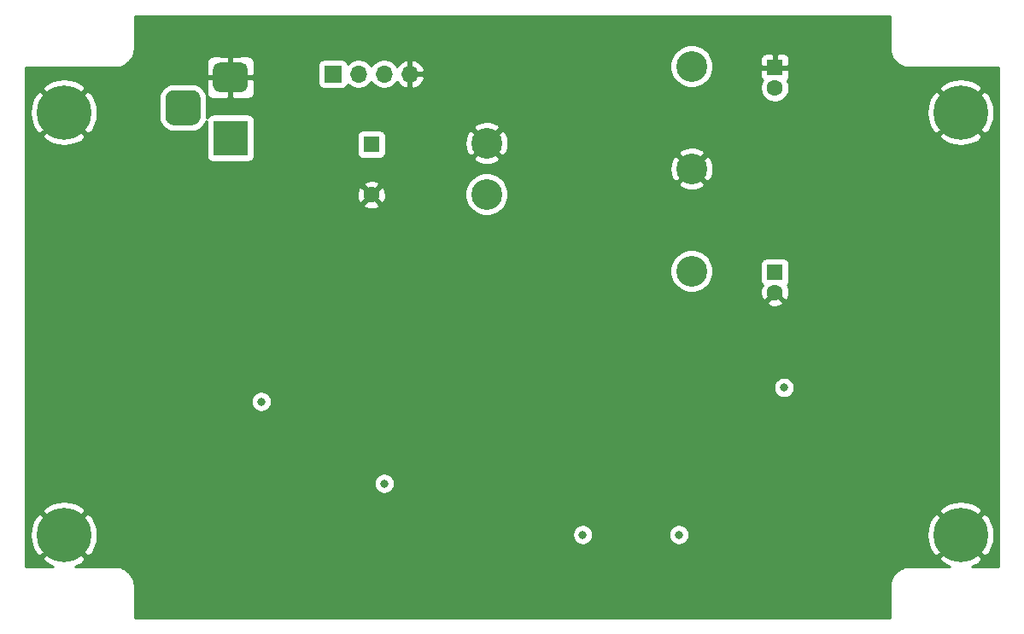
<source format=gbr>
%TF.GenerationSoftware,KiCad,Pcbnew,(5.1.8)-1*%
%TF.CreationDate,2021-05-16T11:41:03-04:00*%
%TF.ProjectId,openEPR_Lock-In,6f70656e-4550-4525-9f4c-6f636b2d496e,B*%
%TF.SameCoordinates,Original*%
%TF.FileFunction,Copper,L2,Inr*%
%TF.FilePolarity,Positive*%
%FSLAX46Y46*%
G04 Gerber Fmt 4.6, Leading zero omitted, Abs format (unit mm)*
G04 Created by KiCad (PCBNEW (5.1.8)-1) date 2021-05-16 11:41:03*
%MOMM*%
%LPD*%
G01*
G04 APERTURE LIST*
%TA.AperFunction,ComponentPad*%
%ADD10O,1.700000X1.700000*%
%TD*%
%TA.AperFunction,ComponentPad*%
%ADD11R,1.700000X1.700000*%
%TD*%
%TA.AperFunction,ComponentPad*%
%ADD12C,3.048000*%
%TD*%
%TA.AperFunction,ComponentPad*%
%ADD13R,3.500000X3.500000*%
%TD*%
%TA.AperFunction,ComponentPad*%
%ADD14C,5.400000*%
%TD*%
%TA.AperFunction,ComponentPad*%
%ADD15R,1.600000X1.600000*%
%TD*%
%TA.AperFunction,ComponentPad*%
%ADD16C,1.600000*%
%TD*%
%TA.AperFunction,ViaPad*%
%ADD17C,0.800000*%
%TD*%
%TA.AperFunction,Conductor*%
%ADD18C,0.254000*%
%TD*%
%TA.AperFunction,Conductor*%
%ADD19C,0.100000*%
%TD*%
G04 APERTURE END LIST*
D10*
%TO.N,GND*%
%TO.C,J6*%
X63500000Y-31750000D03*
%TO.N,/V-*%
X60960000Y-31750000D03*
%TO.N,/V+*%
X58420000Y-31750000D03*
D11*
%TO.N,/Vin*%
X55880000Y-31750000D03*
%TD*%
D12*
%TO.N,/V-*%
%TO.C,U4*%
X91440000Y-30988000D03*
%TO.N,GND*%
X91440000Y-41148000D03*
%TO.N,/V+*%
X91440000Y-51308000D03*
%TO.N,/Vin*%
X71120000Y-43688000D03*
%TO.N,GND*%
X71120000Y-38608000D03*
%TD*%
%TO.N,Net-(J4-Pad3)*%
%TO.C,J4*%
%TA.AperFunction,ComponentPad*%
G36*
G01*
X40145000Y-33350000D02*
X41895000Y-33350000D01*
G75*
G02*
X42770000Y-34225000I0J-875000D01*
G01*
X42770000Y-35975000D01*
G75*
G02*
X41895000Y-36850000I-875000J0D01*
G01*
X40145000Y-36850000D01*
G75*
G02*
X39270000Y-35975000I0J875000D01*
G01*
X39270000Y-34225000D01*
G75*
G02*
X40145000Y-33350000I875000J0D01*
G01*
G37*
%TD.AperFunction*%
%TO.N,GND*%
%TA.AperFunction,ComponentPad*%
G36*
G01*
X44720000Y-30600000D02*
X46720000Y-30600000D01*
G75*
G02*
X47470000Y-31350000I0J-750000D01*
G01*
X47470000Y-32850000D01*
G75*
G02*
X46720000Y-33600000I-750000J0D01*
G01*
X44720000Y-33600000D01*
G75*
G02*
X43970000Y-32850000I0J750000D01*
G01*
X43970000Y-31350000D01*
G75*
G02*
X44720000Y-30600000I750000J0D01*
G01*
G37*
%TD.AperFunction*%
D13*
%TO.N,/Vin*%
X45720000Y-38100000D03*
%TD*%
D14*
%TO.N,GND*%
%TO.C,H4*%
X29210000Y-77470000D03*
%TD*%
%TO.N,GND*%
%TO.C,H3*%
X118110000Y-77470000D03*
%TD*%
%TO.N,GND*%
%TO.C,H2*%
X118110000Y-35560000D03*
%TD*%
%TO.N,GND*%
%TO.C,H1*%
X29210000Y-35560000D03*
%TD*%
D15*
%TO.N,/Vin*%
%TO.C,C7*%
X59690000Y-38735000D03*
D16*
%TO.N,GND*%
X59690000Y-43735000D03*
%TD*%
D15*
%TO.N,/V+*%
%TO.C,C9*%
X99695000Y-51435000D03*
D16*
%TO.N,GND*%
X99695000Y-53435000D03*
%TD*%
%TO.N,/V-*%
%TO.C,C11*%
X99695000Y-33115000D03*
D15*
%TO.N,GND*%
X99695000Y-31115000D03*
%TD*%
D17*
%TO.N,GND*%
X53340000Y-69215000D03*
X69850000Y-83820000D03*
X72390000Y-83820000D03*
X74930000Y-83820000D03*
X77470000Y-83820000D03*
X69850000Y-81280000D03*
X72390000Y-81280000D03*
X74930000Y-81280000D03*
X77470000Y-81280000D03*
X72390000Y-78740000D03*
X69850000Y-78740000D03*
X67310000Y-78740000D03*
X64770000Y-78740000D03*
X62230000Y-78740000D03*
X62230000Y-76200000D03*
X64770000Y-76200000D03*
X67310000Y-76200000D03*
X69850000Y-76200000D03*
X62230000Y-69850000D03*
X64770000Y-69850000D03*
X67310000Y-69850000D03*
X67310000Y-67310000D03*
X64770000Y-67310000D03*
X62230000Y-67310000D03*
X59690000Y-67310000D03*
X59690000Y-69850000D03*
X57150000Y-69850000D03*
X59690000Y-64770000D03*
X62230000Y-64770000D03*
X64770000Y-64770000D03*
X67310000Y-64770000D03*
X67310000Y-62230000D03*
X64770000Y-62230000D03*
X62230000Y-62230000D03*
X52070000Y-59690000D03*
X72390000Y-72390000D03*
X74930000Y-72390000D03*
X74930000Y-69850000D03*
X72390000Y-69850000D03*
X72390000Y-67310000D03*
X74930000Y-64770000D03*
X72390000Y-62230000D03*
X74930000Y-62230000D03*
X77470000Y-62230000D03*
X84455000Y-68580000D03*
X90170000Y-83820000D03*
X92710000Y-83820000D03*
X95250000Y-83820000D03*
X97790000Y-83820000D03*
X49530000Y-83820000D03*
X52070000Y-83820000D03*
X54610000Y-83820000D03*
X57150000Y-83820000D03*
X57150000Y-81280000D03*
X54610000Y-81280000D03*
X52070000Y-81280000D03*
X49530000Y-81280000D03*
X82550000Y-78740000D03*
X110490000Y-83820000D03*
X110490000Y-81280000D03*
X36830000Y-83820000D03*
X36830000Y-81280000D03*
X39370000Y-72390000D03*
X41910000Y-64770000D03*
X62230000Y-57150000D03*
X62230000Y-59690000D03*
X64770000Y-59690000D03*
X67310000Y-59690000D03*
X69850000Y-59690000D03*
X72390000Y-59690000D03*
X74930000Y-59690000D03*
X77470000Y-59690000D03*
X80010000Y-59690000D03*
X83820000Y-55880000D03*
X83820000Y-58420000D03*
X91440000Y-58420000D03*
X88900000Y-58420000D03*
X86360000Y-58420000D03*
X86360000Y-55880000D03*
X88900000Y-55880000D03*
X91440000Y-55880000D03*
X93980000Y-58420000D03*
X93980000Y-55880000D03*
X96520000Y-55880000D03*
X96520000Y-58420000D03*
X54610000Y-62230000D03*
X54610000Y-59690000D03*
X52070000Y-62230000D03*
X38100000Y-27940000D03*
X38100000Y-30480000D03*
X34290000Y-52070000D03*
X34290000Y-59690000D03*
X109220000Y-27940000D03*
X109220000Y-30480000D03*
X113030000Y-45720000D03*
X101600000Y-46990000D03*
X101600000Y-35560000D03*
X116840000Y-59690000D03*
X34290000Y-39370000D03*
X34290000Y-69850000D03*
X34290000Y-67310000D03*
X34290000Y-74930000D03*
X34290000Y-78105000D03*
X36830000Y-78105000D03*
X52070000Y-52070000D03*
X44450000Y-57150000D03*
X90170000Y-81280000D03*
X92710000Y-81280000D03*
X95250000Y-81280000D03*
X97790000Y-81280000D03*
X110490000Y-76200000D03*
X107950000Y-76200000D03*
X113030000Y-76200000D03*
X110490000Y-78740000D03*
X113030000Y-78740000D03*
X107950000Y-73660000D03*
X110490000Y-73660000D03*
X113030000Y-73660000D03*
X107950000Y-71120000D03*
X110490000Y-71120000D03*
X113030000Y-71120000D03*
X107950000Y-68580000D03*
X110490000Y-68580000D03*
X113030000Y-68580000D03*
X110490000Y-66040000D03*
X107950000Y-66040000D03*
X113030000Y-66040000D03*
X113030000Y-63500000D03*
X110490000Y-63500000D03*
X107950000Y-63500000D03*
X88900000Y-60960000D03*
X83820000Y-60960000D03*
X86360000Y-60960000D03*
X91440000Y-60960000D03*
X93980000Y-60960000D03*
X96520000Y-60960000D03*
X101600000Y-58420000D03*
X104140000Y-58420000D03*
X99060000Y-58420000D03*
X113030000Y-60960000D03*
X107950000Y-60960000D03*
X110490000Y-60960000D03*
X107950000Y-58420000D03*
X113030000Y-58420000D03*
X110490000Y-58420000D03*
X104140000Y-55880000D03*
X101600000Y-55880000D03*
X95250000Y-78740000D03*
X92710000Y-78740000D03*
X92710000Y-76200000D03*
X95250000Y-76200000D03*
X88519000Y-68834000D03*
X85090000Y-78740000D03*
X87630000Y-78740000D03*
X67310000Y-57150000D03*
X72390000Y-57150000D03*
X74930000Y-57150000D03*
X80010000Y-57150000D03*
X64770000Y-57150000D03*
X69850000Y-57150000D03*
X77470000Y-57150000D03*
X46990000Y-54610000D03*
X52070000Y-54610000D03*
X57150000Y-54610000D03*
X49530000Y-54610000D03*
X59690000Y-54610000D03*
X54610000Y-54610000D03*
X62230000Y-54610000D03*
X54610000Y-57150000D03*
X57150000Y-57150000D03*
X59690000Y-57150000D03*
X49530000Y-57150000D03*
X52070000Y-57150000D03*
X46990000Y-57150000D03*
X36830000Y-74930000D03*
X39370000Y-74930000D03*
X36830000Y-72390000D03*
X34290000Y-72390000D03*
X36830000Y-69850000D03*
X39370000Y-69850000D03*
X41910000Y-69850000D03*
X39370000Y-67310000D03*
X41910000Y-67310000D03*
X36830000Y-67310000D03*
X41910000Y-62230000D03*
X41910000Y-59690000D03*
X44450000Y-59690000D03*
X44450000Y-62230000D03*
X44450000Y-64770000D03*
X44450000Y-67310000D03*
X39370000Y-64770000D03*
X67310000Y-54610000D03*
X64770000Y-54610000D03*
X72390000Y-54610000D03*
X80010000Y-54610000D03*
X74930000Y-54610000D03*
X69850000Y-54610000D03*
X77470000Y-54610000D03*
X104140000Y-60960000D03*
X101600000Y-60960000D03*
X99060000Y-60960000D03*
X83820000Y-63500000D03*
X83820000Y-66040000D03*
X84455000Y-71755000D03*
X36830000Y-64770000D03*
X39370000Y-62230000D03*
X81280000Y-30480000D03*
X73660000Y-30480000D03*
%TO.N,/V+*%
X80645000Y-77470000D03*
X48768000Y-64262000D03*
X100584000Y-62865000D03*
%TO.N,/V-*%
X60960000Y-72390000D03*
X90170000Y-77470000D03*
%TD*%
D18*
%TO.N,GND*%
X111100001Y-29242419D02*
X111102802Y-29270855D01*
X111102747Y-29278682D01*
X111103646Y-29287853D01*
X111129554Y-29534357D01*
X111141589Y-29592986D01*
X111152792Y-29651716D01*
X111155456Y-29660538D01*
X111228751Y-29897314D01*
X111251931Y-29952457D01*
X111274339Y-30007920D01*
X111278665Y-30016054D01*
X111278667Y-30016059D01*
X111278670Y-30016064D01*
X111396553Y-30234086D01*
X111429988Y-30283654D01*
X111462759Y-30333735D01*
X111468584Y-30340876D01*
X111626577Y-30531856D01*
X111669012Y-30573995D01*
X111710875Y-30616745D01*
X111717976Y-30622618D01*
X111910053Y-30779273D01*
X111959875Y-30812374D01*
X112009237Y-30846173D01*
X112017343Y-30850556D01*
X112236191Y-30966919D01*
X112291479Y-30989707D01*
X112346475Y-31013279D01*
X112355278Y-31016003D01*
X112592559Y-31087643D01*
X112651246Y-31099264D01*
X112709752Y-31111700D01*
X112718915Y-31112663D01*
X112718917Y-31112663D01*
X112965595Y-31136850D01*
X112965598Y-31136850D01*
X112997581Y-31140000D01*
X121895000Y-31140000D01*
X121895001Y-80620000D01*
X119215248Y-80620000D01*
X119388203Y-80567792D01*
X119967992Y-80258904D01*
X119975589Y-80253828D01*
X120275769Y-79815374D01*
X118110000Y-77649605D01*
X115944231Y-79815374D01*
X116244411Y-80253828D01*
X116823356Y-80564296D01*
X117006090Y-80620000D01*
X112997581Y-80620000D01*
X112969135Y-80622802D01*
X112961318Y-80622747D01*
X112952147Y-80623646D01*
X112705644Y-80649554D01*
X112647028Y-80661586D01*
X112588284Y-80672792D01*
X112579462Y-80675456D01*
X112342686Y-80748751D01*
X112287555Y-80771926D01*
X112232080Y-80794339D01*
X112223944Y-80798666D01*
X112005914Y-80916554D01*
X111956346Y-80949988D01*
X111906265Y-80982760D01*
X111899124Y-80988584D01*
X111708144Y-81146577D01*
X111666005Y-81189012D01*
X111623255Y-81230875D01*
X111617381Y-81237976D01*
X111460727Y-81430054D01*
X111427655Y-81479831D01*
X111393826Y-81529237D01*
X111389444Y-81537343D01*
X111273081Y-81756191D01*
X111250298Y-81811468D01*
X111226721Y-81866475D01*
X111223997Y-81875278D01*
X111152357Y-82112559D01*
X111140736Y-82171246D01*
X111128300Y-82229752D01*
X111127337Y-82238917D01*
X111103150Y-82485595D01*
X111100000Y-82517582D01*
X111100001Y-85700000D01*
X36220000Y-85700000D01*
X36220000Y-82517581D01*
X36217198Y-82489135D01*
X36217253Y-82481318D01*
X36216354Y-82472147D01*
X36190446Y-82225644D01*
X36178414Y-82167028D01*
X36167208Y-82108284D01*
X36164544Y-82099462D01*
X36091249Y-81862686D01*
X36068074Y-81807555D01*
X36045661Y-81752080D01*
X36041334Y-81743944D01*
X35923446Y-81525914D01*
X35890012Y-81476346D01*
X35857240Y-81426265D01*
X35851416Y-81419124D01*
X35693423Y-81228144D01*
X35650988Y-81186005D01*
X35609125Y-81143255D01*
X35602024Y-81137381D01*
X35409946Y-80980727D01*
X35360169Y-80947655D01*
X35310763Y-80913826D01*
X35302657Y-80909444D01*
X35083809Y-80793081D01*
X35028532Y-80770298D01*
X34973525Y-80746721D01*
X34964722Y-80743997D01*
X34727441Y-80672357D01*
X34668754Y-80660736D01*
X34610248Y-80648300D01*
X34601085Y-80647337D01*
X34601083Y-80647337D01*
X34354405Y-80623150D01*
X34354402Y-80623150D01*
X34322419Y-80620000D01*
X30315248Y-80620000D01*
X30488203Y-80567792D01*
X31067992Y-80258904D01*
X31075589Y-80253828D01*
X31375769Y-79815374D01*
X29210000Y-77649605D01*
X27044231Y-79815374D01*
X27344411Y-80253828D01*
X27923356Y-80564296D01*
X28106090Y-80620000D01*
X25425000Y-80620000D01*
X25425000Y-77465431D01*
X25858866Y-77465431D01*
X25922366Y-78119293D01*
X26112208Y-78748203D01*
X26421096Y-79327992D01*
X26426172Y-79335589D01*
X26864626Y-79635769D01*
X29030395Y-77470000D01*
X29389605Y-77470000D01*
X31555374Y-79635769D01*
X31993828Y-79335589D01*
X32304296Y-78756644D01*
X32495852Y-78128254D01*
X32561134Y-77474569D01*
X32550791Y-77368061D01*
X79610000Y-77368061D01*
X79610000Y-77571939D01*
X79649774Y-77771898D01*
X79727795Y-77960256D01*
X79841063Y-78129774D01*
X79985226Y-78273937D01*
X80154744Y-78387205D01*
X80343102Y-78465226D01*
X80543061Y-78505000D01*
X80746939Y-78505000D01*
X80946898Y-78465226D01*
X81135256Y-78387205D01*
X81304774Y-78273937D01*
X81448937Y-78129774D01*
X81562205Y-77960256D01*
X81640226Y-77771898D01*
X81680000Y-77571939D01*
X81680000Y-77368061D01*
X89135000Y-77368061D01*
X89135000Y-77571939D01*
X89174774Y-77771898D01*
X89252795Y-77960256D01*
X89366063Y-78129774D01*
X89510226Y-78273937D01*
X89679744Y-78387205D01*
X89868102Y-78465226D01*
X90068061Y-78505000D01*
X90271939Y-78505000D01*
X90471898Y-78465226D01*
X90660256Y-78387205D01*
X90829774Y-78273937D01*
X90973937Y-78129774D01*
X91087205Y-77960256D01*
X91165226Y-77771898D01*
X91205000Y-77571939D01*
X91205000Y-77465431D01*
X114758866Y-77465431D01*
X114822366Y-78119293D01*
X115012208Y-78748203D01*
X115321096Y-79327992D01*
X115326172Y-79335589D01*
X115764626Y-79635769D01*
X117930395Y-77470000D01*
X118289605Y-77470000D01*
X120455374Y-79635769D01*
X120893828Y-79335589D01*
X121204296Y-78756644D01*
X121395852Y-78128254D01*
X121461134Y-77474569D01*
X121397634Y-76820707D01*
X121207792Y-76191797D01*
X120898904Y-75612008D01*
X120893828Y-75604411D01*
X120455374Y-75304231D01*
X118289605Y-77470000D01*
X117930395Y-77470000D01*
X115764626Y-75304231D01*
X115326172Y-75604411D01*
X115015704Y-76183356D01*
X114824148Y-76811746D01*
X114758866Y-77465431D01*
X91205000Y-77465431D01*
X91205000Y-77368061D01*
X91165226Y-77168102D01*
X91087205Y-76979744D01*
X90973937Y-76810226D01*
X90829774Y-76666063D01*
X90660256Y-76552795D01*
X90471898Y-76474774D01*
X90271939Y-76435000D01*
X90068061Y-76435000D01*
X89868102Y-76474774D01*
X89679744Y-76552795D01*
X89510226Y-76666063D01*
X89366063Y-76810226D01*
X89252795Y-76979744D01*
X89174774Y-77168102D01*
X89135000Y-77368061D01*
X81680000Y-77368061D01*
X81640226Y-77168102D01*
X81562205Y-76979744D01*
X81448937Y-76810226D01*
X81304774Y-76666063D01*
X81135256Y-76552795D01*
X80946898Y-76474774D01*
X80746939Y-76435000D01*
X80543061Y-76435000D01*
X80343102Y-76474774D01*
X80154744Y-76552795D01*
X79985226Y-76666063D01*
X79841063Y-76810226D01*
X79727795Y-76979744D01*
X79649774Y-77168102D01*
X79610000Y-77368061D01*
X32550791Y-77368061D01*
X32497634Y-76820707D01*
X32307792Y-76191797D01*
X31998904Y-75612008D01*
X31993828Y-75604411D01*
X31555374Y-75304231D01*
X29389605Y-77470000D01*
X29030395Y-77470000D01*
X26864626Y-75304231D01*
X26426172Y-75604411D01*
X26115704Y-76183356D01*
X25924148Y-76811746D01*
X25858866Y-77465431D01*
X25425000Y-77465431D01*
X25425000Y-75124626D01*
X27044231Y-75124626D01*
X29210000Y-77290395D01*
X31375769Y-75124626D01*
X115944231Y-75124626D01*
X118110000Y-77290395D01*
X120275769Y-75124626D01*
X119975589Y-74686172D01*
X119396644Y-74375704D01*
X118768254Y-74184148D01*
X118114569Y-74118866D01*
X117460707Y-74182366D01*
X116831797Y-74372208D01*
X116252008Y-74681096D01*
X116244411Y-74686172D01*
X115944231Y-75124626D01*
X31375769Y-75124626D01*
X31075589Y-74686172D01*
X30496644Y-74375704D01*
X29868254Y-74184148D01*
X29214569Y-74118866D01*
X28560707Y-74182366D01*
X27931797Y-74372208D01*
X27352008Y-74681096D01*
X27344411Y-74686172D01*
X27044231Y-75124626D01*
X25425000Y-75124626D01*
X25425000Y-72288061D01*
X59925000Y-72288061D01*
X59925000Y-72491939D01*
X59964774Y-72691898D01*
X60042795Y-72880256D01*
X60156063Y-73049774D01*
X60300226Y-73193937D01*
X60469744Y-73307205D01*
X60658102Y-73385226D01*
X60858061Y-73425000D01*
X61061939Y-73425000D01*
X61261898Y-73385226D01*
X61450256Y-73307205D01*
X61619774Y-73193937D01*
X61763937Y-73049774D01*
X61877205Y-72880256D01*
X61955226Y-72691898D01*
X61995000Y-72491939D01*
X61995000Y-72288061D01*
X61955226Y-72088102D01*
X61877205Y-71899744D01*
X61763937Y-71730226D01*
X61619774Y-71586063D01*
X61450256Y-71472795D01*
X61261898Y-71394774D01*
X61061939Y-71355000D01*
X60858061Y-71355000D01*
X60658102Y-71394774D01*
X60469744Y-71472795D01*
X60300226Y-71586063D01*
X60156063Y-71730226D01*
X60042795Y-71899744D01*
X59964774Y-72088102D01*
X59925000Y-72288061D01*
X25425000Y-72288061D01*
X25425000Y-64160061D01*
X47733000Y-64160061D01*
X47733000Y-64363939D01*
X47772774Y-64563898D01*
X47850795Y-64752256D01*
X47964063Y-64921774D01*
X48108226Y-65065937D01*
X48277744Y-65179205D01*
X48466102Y-65257226D01*
X48666061Y-65297000D01*
X48869939Y-65297000D01*
X49069898Y-65257226D01*
X49258256Y-65179205D01*
X49427774Y-65065937D01*
X49571937Y-64921774D01*
X49685205Y-64752256D01*
X49763226Y-64563898D01*
X49803000Y-64363939D01*
X49803000Y-64160061D01*
X49763226Y-63960102D01*
X49685205Y-63771744D01*
X49571937Y-63602226D01*
X49427774Y-63458063D01*
X49258256Y-63344795D01*
X49069898Y-63266774D01*
X48869939Y-63227000D01*
X48666061Y-63227000D01*
X48466102Y-63266774D01*
X48277744Y-63344795D01*
X48108226Y-63458063D01*
X47964063Y-63602226D01*
X47850795Y-63771744D01*
X47772774Y-63960102D01*
X47733000Y-64160061D01*
X25425000Y-64160061D01*
X25425000Y-62763061D01*
X99549000Y-62763061D01*
X99549000Y-62966939D01*
X99588774Y-63166898D01*
X99666795Y-63355256D01*
X99780063Y-63524774D01*
X99924226Y-63668937D01*
X100093744Y-63782205D01*
X100282102Y-63860226D01*
X100482061Y-63900000D01*
X100685939Y-63900000D01*
X100885898Y-63860226D01*
X101074256Y-63782205D01*
X101243774Y-63668937D01*
X101387937Y-63524774D01*
X101501205Y-63355256D01*
X101579226Y-63166898D01*
X101619000Y-62966939D01*
X101619000Y-62763061D01*
X101579226Y-62563102D01*
X101501205Y-62374744D01*
X101387937Y-62205226D01*
X101243774Y-62061063D01*
X101074256Y-61947795D01*
X100885898Y-61869774D01*
X100685939Y-61830000D01*
X100482061Y-61830000D01*
X100282102Y-61869774D01*
X100093744Y-61947795D01*
X99924226Y-62061063D01*
X99780063Y-62205226D01*
X99666795Y-62374744D01*
X99588774Y-62563102D01*
X99549000Y-62763061D01*
X25425000Y-62763061D01*
X25425000Y-54427702D01*
X98881903Y-54427702D01*
X98953486Y-54671671D01*
X99208996Y-54792571D01*
X99483184Y-54861300D01*
X99765512Y-54875217D01*
X100045130Y-54833787D01*
X100311292Y-54738603D01*
X100436514Y-54671671D01*
X100508097Y-54427702D01*
X99695000Y-53614605D01*
X98881903Y-54427702D01*
X25425000Y-54427702D01*
X25425000Y-53505512D01*
X98254783Y-53505512D01*
X98296213Y-53785130D01*
X98391397Y-54051292D01*
X98458329Y-54176514D01*
X98702298Y-54248097D01*
X99515395Y-53435000D01*
X99501253Y-53420858D01*
X99680858Y-53241253D01*
X99695000Y-53255395D01*
X99709143Y-53241253D01*
X99888748Y-53420858D01*
X99874605Y-53435000D01*
X100687702Y-54248097D01*
X100931671Y-54176514D01*
X101052571Y-53921004D01*
X101121300Y-53646816D01*
X101135217Y-53364488D01*
X101093787Y-53084870D01*
X100998603Y-52818708D01*
X100933384Y-52696691D01*
X100946185Y-52686185D01*
X101025537Y-52589494D01*
X101084502Y-52479180D01*
X101120812Y-52359482D01*
X101133072Y-52235000D01*
X101133072Y-50635000D01*
X101120812Y-50510518D01*
X101084502Y-50390820D01*
X101025537Y-50280506D01*
X100946185Y-50183815D01*
X100849494Y-50104463D01*
X100739180Y-50045498D01*
X100619482Y-50009188D01*
X100495000Y-49996928D01*
X98895000Y-49996928D01*
X98770518Y-50009188D01*
X98650820Y-50045498D01*
X98540506Y-50104463D01*
X98443815Y-50183815D01*
X98364463Y-50280506D01*
X98305498Y-50390820D01*
X98269188Y-50510518D01*
X98256928Y-50635000D01*
X98256928Y-52235000D01*
X98269188Y-52359482D01*
X98305498Y-52479180D01*
X98364463Y-52589494D01*
X98443815Y-52686185D01*
X98456758Y-52696807D01*
X98337429Y-52948996D01*
X98268700Y-53223184D01*
X98254783Y-53505512D01*
X25425000Y-53505512D01*
X25425000Y-51095357D01*
X89281000Y-51095357D01*
X89281000Y-51520643D01*
X89363970Y-51937757D01*
X89526719Y-52330670D01*
X89762996Y-52684282D01*
X90063718Y-52985004D01*
X90417330Y-53221281D01*
X90810243Y-53384030D01*
X91227357Y-53467000D01*
X91652643Y-53467000D01*
X92069757Y-53384030D01*
X92462670Y-53221281D01*
X92816282Y-52985004D01*
X93117004Y-52684282D01*
X93353281Y-52330670D01*
X93516030Y-51937757D01*
X93599000Y-51520643D01*
X93599000Y-51095357D01*
X93516030Y-50678243D01*
X93353281Y-50285330D01*
X93117004Y-49931718D01*
X92816282Y-49630996D01*
X92462670Y-49394719D01*
X92069757Y-49231970D01*
X91652643Y-49149000D01*
X91227357Y-49149000D01*
X90810243Y-49231970D01*
X90417330Y-49394719D01*
X90063718Y-49630996D01*
X89762996Y-49931718D01*
X89526719Y-50285330D01*
X89363970Y-50678243D01*
X89281000Y-51095357D01*
X25425000Y-51095357D01*
X25425000Y-44727702D01*
X58876903Y-44727702D01*
X58948486Y-44971671D01*
X59203996Y-45092571D01*
X59478184Y-45161300D01*
X59760512Y-45175217D01*
X60040130Y-45133787D01*
X60306292Y-45038603D01*
X60431514Y-44971671D01*
X60503097Y-44727702D01*
X59690000Y-43914605D01*
X58876903Y-44727702D01*
X25425000Y-44727702D01*
X25425000Y-43805512D01*
X58249783Y-43805512D01*
X58291213Y-44085130D01*
X58386397Y-44351292D01*
X58453329Y-44476514D01*
X58697298Y-44548097D01*
X59510395Y-43735000D01*
X59869605Y-43735000D01*
X60682702Y-44548097D01*
X60926671Y-44476514D01*
X61047571Y-44221004D01*
X61116300Y-43946816D01*
X61130217Y-43664488D01*
X61102195Y-43475357D01*
X68961000Y-43475357D01*
X68961000Y-43900643D01*
X69043970Y-44317757D01*
X69206719Y-44710670D01*
X69442996Y-45064282D01*
X69743718Y-45365004D01*
X70097330Y-45601281D01*
X70490243Y-45764030D01*
X70907357Y-45847000D01*
X71332643Y-45847000D01*
X71749757Y-45764030D01*
X72142670Y-45601281D01*
X72496282Y-45365004D01*
X72797004Y-45064282D01*
X73033281Y-44710670D01*
X73196030Y-44317757D01*
X73279000Y-43900643D01*
X73279000Y-43475357D01*
X73196030Y-43058243D01*
X73033281Y-42665330D01*
X73027542Y-42656740D01*
X90110865Y-42656740D01*
X90269764Y-42974758D01*
X90648632Y-43167959D01*
X91057913Y-43283534D01*
X91481876Y-43317042D01*
X91904230Y-43267194D01*
X92308744Y-43135908D01*
X92610236Y-42974758D01*
X92769135Y-42656740D01*
X91440000Y-41327605D01*
X90110865Y-42656740D01*
X73027542Y-42656740D01*
X72797004Y-42311718D01*
X72496282Y-42010996D01*
X72142670Y-41774719D01*
X71749757Y-41611970D01*
X71332643Y-41529000D01*
X70907357Y-41529000D01*
X70490243Y-41611970D01*
X70097330Y-41774719D01*
X69743718Y-42010996D01*
X69442996Y-42311718D01*
X69206719Y-42665330D01*
X69043970Y-43058243D01*
X68961000Y-43475357D01*
X61102195Y-43475357D01*
X61088787Y-43384870D01*
X60993603Y-43118708D01*
X60926671Y-42993486D01*
X60682702Y-42921903D01*
X59869605Y-43735000D01*
X59510395Y-43735000D01*
X58697298Y-42921903D01*
X58453329Y-42993486D01*
X58332429Y-43248996D01*
X58263700Y-43523184D01*
X58249783Y-43805512D01*
X25425000Y-43805512D01*
X25425000Y-42742298D01*
X58876903Y-42742298D01*
X59690000Y-43555395D01*
X60503097Y-42742298D01*
X60431514Y-42498329D01*
X60176004Y-42377429D01*
X59901816Y-42308700D01*
X59619488Y-42294783D01*
X59339870Y-42336213D01*
X59073708Y-42431397D01*
X58948486Y-42498329D01*
X58876903Y-42742298D01*
X25425000Y-42742298D01*
X25425000Y-41189876D01*
X89270958Y-41189876D01*
X89320806Y-41612230D01*
X89452092Y-42016744D01*
X89613242Y-42318236D01*
X89931260Y-42477135D01*
X91260395Y-41148000D01*
X91619605Y-41148000D01*
X92948740Y-42477135D01*
X93266758Y-42318236D01*
X93459959Y-41939368D01*
X93575534Y-41530087D01*
X93609042Y-41106124D01*
X93559194Y-40683770D01*
X93427908Y-40279256D01*
X93266758Y-39977764D01*
X92948740Y-39818865D01*
X91619605Y-41148000D01*
X91260395Y-41148000D01*
X89931260Y-39818865D01*
X89613242Y-39977764D01*
X89420041Y-40356632D01*
X89304466Y-40765913D01*
X89270958Y-41189876D01*
X25425000Y-41189876D01*
X25425000Y-37905374D01*
X27044231Y-37905374D01*
X27344411Y-38343828D01*
X27923356Y-38654296D01*
X28551746Y-38845852D01*
X29205431Y-38911134D01*
X29859293Y-38847634D01*
X30488203Y-38657792D01*
X31067992Y-38348904D01*
X31075589Y-38343828D01*
X31375769Y-37905374D01*
X29210000Y-35739605D01*
X27044231Y-37905374D01*
X25425000Y-37905374D01*
X25425000Y-35555431D01*
X25858866Y-35555431D01*
X25922366Y-36209293D01*
X26112208Y-36838203D01*
X26421096Y-37417992D01*
X26426172Y-37425589D01*
X26864626Y-37725769D01*
X29030395Y-35560000D01*
X29389605Y-35560000D01*
X31555374Y-37725769D01*
X31993828Y-37425589D01*
X32304296Y-36846644D01*
X32495852Y-36218254D01*
X32561134Y-35564569D01*
X32497634Y-34910707D01*
X32307792Y-34281797D01*
X32277533Y-34225000D01*
X38631928Y-34225000D01*
X38631928Y-35975000D01*
X38661001Y-36270186D01*
X38747104Y-36554028D01*
X38886927Y-36815618D01*
X39075097Y-37044903D01*
X39304382Y-37233073D01*
X39565972Y-37372896D01*
X39849814Y-37458999D01*
X40145000Y-37488072D01*
X41895000Y-37488072D01*
X42190186Y-37458999D01*
X42474028Y-37372896D01*
X42735618Y-37233073D01*
X42964903Y-37044903D01*
X43153073Y-36815618D01*
X43292896Y-36554028D01*
X43331928Y-36425357D01*
X43331928Y-39850000D01*
X43344188Y-39974482D01*
X43380498Y-40094180D01*
X43439463Y-40204494D01*
X43518815Y-40301185D01*
X43615506Y-40380537D01*
X43725820Y-40439502D01*
X43845518Y-40475812D01*
X43970000Y-40488072D01*
X47470000Y-40488072D01*
X47594482Y-40475812D01*
X47714180Y-40439502D01*
X47824494Y-40380537D01*
X47921185Y-40301185D01*
X48000537Y-40204494D01*
X48059502Y-40094180D01*
X48095812Y-39974482D01*
X48108072Y-39850000D01*
X48108072Y-37935000D01*
X58251928Y-37935000D01*
X58251928Y-39535000D01*
X58264188Y-39659482D01*
X58300498Y-39779180D01*
X58359463Y-39889494D01*
X58438815Y-39986185D01*
X58535506Y-40065537D01*
X58645820Y-40124502D01*
X58765518Y-40160812D01*
X58890000Y-40173072D01*
X60490000Y-40173072D01*
X60614482Y-40160812D01*
X60734180Y-40124502D01*
X60748701Y-40116740D01*
X69790865Y-40116740D01*
X69949764Y-40434758D01*
X70328632Y-40627959D01*
X70737913Y-40743534D01*
X71161876Y-40777042D01*
X71584230Y-40727194D01*
X71988744Y-40595908D01*
X72290236Y-40434758D01*
X72449135Y-40116740D01*
X71120000Y-38787605D01*
X69790865Y-40116740D01*
X60748701Y-40116740D01*
X60844494Y-40065537D01*
X60941185Y-39986185D01*
X61020537Y-39889494D01*
X61079502Y-39779180D01*
X61115812Y-39659482D01*
X61128072Y-39535000D01*
X61128072Y-38649876D01*
X68950958Y-38649876D01*
X69000806Y-39072230D01*
X69132092Y-39476744D01*
X69293242Y-39778236D01*
X69611260Y-39937135D01*
X70940395Y-38608000D01*
X71299605Y-38608000D01*
X72628740Y-39937135D01*
X72946758Y-39778236D01*
X73017627Y-39639260D01*
X90110865Y-39639260D01*
X91440000Y-40968395D01*
X92769135Y-39639260D01*
X92610236Y-39321242D01*
X92231368Y-39128041D01*
X91822087Y-39012466D01*
X91398124Y-38978958D01*
X90975770Y-39028806D01*
X90571256Y-39160092D01*
X90269764Y-39321242D01*
X90110865Y-39639260D01*
X73017627Y-39639260D01*
X73139959Y-39399368D01*
X73255534Y-38990087D01*
X73289042Y-38566124D01*
X73239194Y-38143770D01*
X73161822Y-37905374D01*
X115944231Y-37905374D01*
X116244411Y-38343828D01*
X116823356Y-38654296D01*
X117451746Y-38845852D01*
X118105431Y-38911134D01*
X118759293Y-38847634D01*
X119388203Y-38657792D01*
X119967992Y-38348904D01*
X119975589Y-38343828D01*
X120275769Y-37905374D01*
X118110000Y-35739605D01*
X115944231Y-37905374D01*
X73161822Y-37905374D01*
X73107908Y-37739256D01*
X72946758Y-37437764D01*
X72628740Y-37278865D01*
X71299605Y-38608000D01*
X70940395Y-38608000D01*
X69611260Y-37278865D01*
X69293242Y-37437764D01*
X69100041Y-37816632D01*
X68984466Y-38225913D01*
X68950958Y-38649876D01*
X61128072Y-38649876D01*
X61128072Y-37935000D01*
X61115812Y-37810518D01*
X61079502Y-37690820D01*
X61020537Y-37580506D01*
X60941185Y-37483815D01*
X60844494Y-37404463D01*
X60734180Y-37345498D01*
X60614482Y-37309188D01*
X60490000Y-37296928D01*
X58890000Y-37296928D01*
X58765518Y-37309188D01*
X58645820Y-37345498D01*
X58535506Y-37404463D01*
X58438815Y-37483815D01*
X58359463Y-37580506D01*
X58300498Y-37690820D01*
X58264188Y-37810518D01*
X58251928Y-37935000D01*
X48108072Y-37935000D01*
X48108072Y-37099260D01*
X69790865Y-37099260D01*
X71120000Y-38428395D01*
X72449135Y-37099260D01*
X72290236Y-36781242D01*
X71911368Y-36588041D01*
X71502087Y-36472466D01*
X71078124Y-36438958D01*
X70655770Y-36488806D01*
X70251256Y-36620092D01*
X69949764Y-36781242D01*
X69790865Y-37099260D01*
X48108072Y-37099260D01*
X48108072Y-36350000D01*
X48095812Y-36225518D01*
X48059502Y-36105820D01*
X48000537Y-35995506D01*
X47921185Y-35898815D01*
X47824494Y-35819463D01*
X47714180Y-35760498D01*
X47594482Y-35724188D01*
X47470000Y-35711928D01*
X43970000Y-35711928D01*
X43845518Y-35724188D01*
X43725820Y-35760498D01*
X43615506Y-35819463D01*
X43518815Y-35898815D01*
X43439463Y-35995506D01*
X43398506Y-36072131D01*
X43408072Y-35975000D01*
X43408072Y-35555431D01*
X114758866Y-35555431D01*
X114822366Y-36209293D01*
X115012208Y-36838203D01*
X115321096Y-37417992D01*
X115326172Y-37425589D01*
X115764626Y-37725769D01*
X117930395Y-35560000D01*
X118289605Y-35560000D01*
X120455374Y-37725769D01*
X120893828Y-37425589D01*
X121204296Y-36846644D01*
X121395852Y-36218254D01*
X121461134Y-35564569D01*
X121397634Y-34910707D01*
X121207792Y-34281797D01*
X120898904Y-33702008D01*
X120893828Y-33694411D01*
X120455374Y-33394231D01*
X118289605Y-35560000D01*
X117930395Y-35560000D01*
X115764626Y-33394231D01*
X115326172Y-33694411D01*
X115015704Y-34273356D01*
X114824148Y-34901746D01*
X114758866Y-35555431D01*
X43408072Y-35555431D01*
X43408072Y-34225000D01*
X43378999Y-33929814D01*
X43292896Y-33645972D01*
X43268324Y-33600000D01*
X43331928Y-33600000D01*
X43344188Y-33724482D01*
X43380498Y-33844180D01*
X43439463Y-33954494D01*
X43518815Y-34051185D01*
X43615506Y-34130537D01*
X43725820Y-34189502D01*
X43845518Y-34225812D01*
X43970000Y-34238072D01*
X45434250Y-34235000D01*
X45593000Y-34076250D01*
X45593000Y-32227000D01*
X45847000Y-32227000D01*
X45847000Y-34076250D01*
X46005750Y-34235000D01*
X47470000Y-34238072D01*
X47594482Y-34225812D01*
X47714180Y-34189502D01*
X47824494Y-34130537D01*
X47921185Y-34051185D01*
X48000537Y-33954494D01*
X48059502Y-33844180D01*
X48095812Y-33724482D01*
X48108072Y-33600000D01*
X48105000Y-32385750D01*
X47946250Y-32227000D01*
X45847000Y-32227000D01*
X45593000Y-32227000D01*
X43493750Y-32227000D01*
X43335000Y-32385750D01*
X43331928Y-33600000D01*
X43268324Y-33600000D01*
X43153073Y-33384382D01*
X42964903Y-33155097D01*
X42735618Y-32966927D01*
X42474028Y-32827104D01*
X42190186Y-32741001D01*
X41895000Y-32711928D01*
X40145000Y-32711928D01*
X39849814Y-32741001D01*
X39565972Y-32827104D01*
X39304382Y-32966927D01*
X39075097Y-33155097D01*
X38886927Y-33384382D01*
X38747104Y-33645972D01*
X38661001Y-33929814D01*
X38631928Y-34225000D01*
X32277533Y-34225000D01*
X31998904Y-33702008D01*
X31993828Y-33694411D01*
X31555374Y-33394231D01*
X29389605Y-35560000D01*
X29030395Y-35560000D01*
X26864626Y-33394231D01*
X26426172Y-33694411D01*
X26115704Y-34273356D01*
X25924148Y-34901746D01*
X25858866Y-35555431D01*
X25425000Y-35555431D01*
X25425000Y-33214626D01*
X27044231Y-33214626D01*
X29210000Y-35380395D01*
X31375769Y-33214626D01*
X31075589Y-32776172D01*
X30496644Y-32465704D01*
X29868254Y-32274148D01*
X29214569Y-32208866D01*
X28560707Y-32272366D01*
X27931797Y-32462208D01*
X27352008Y-32771096D01*
X27344411Y-32776172D01*
X27044231Y-33214626D01*
X25425000Y-33214626D01*
X25425000Y-31140000D01*
X34322419Y-31140000D01*
X34350865Y-31137198D01*
X34358682Y-31137253D01*
X34367853Y-31136354D01*
X34614357Y-31110446D01*
X34672986Y-31098411D01*
X34731716Y-31087208D01*
X34740532Y-31084546D01*
X34740536Y-31084545D01*
X34740539Y-31084544D01*
X34977314Y-31011249D01*
X35032457Y-30988069D01*
X35087920Y-30965661D01*
X35096054Y-30961335D01*
X35096059Y-30961333D01*
X35096064Y-30961330D01*
X35314086Y-30843447D01*
X35363654Y-30810012D01*
X35413735Y-30777241D01*
X35420876Y-30771416D01*
X35611856Y-30613423D01*
X35625185Y-30600000D01*
X43331928Y-30600000D01*
X43335000Y-31814250D01*
X43493750Y-31973000D01*
X45593000Y-31973000D01*
X45593000Y-30123750D01*
X45847000Y-30123750D01*
X45847000Y-31973000D01*
X47946250Y-31973000D01*
X48105000Y-31814250D01*
X48107313Y-30900000D01*
X54391928Y-30900000D01*
X54391928Y-32600000D01*
X54404188Y-32724482D01*
X54440498Y-32844180D01*
X54499463Y-32954494D01*
X54578815Y-33051185D01*
X54675506Y-33130537D01*
X54785820Y-33189502D01*
X54905518Y-33225812D01*
X55030000Y-33238072D01*
X56730000Y-33238072D01*
X56854482Y-33225812D01*
X56974180Y-33189502D01*
X57084494Y-33130537D01*
X57181185Y-33051185D01*
X57260537Y-32954494D01*
X57319502Y-32844180D01*
X57341513Y-32771620D01*
X57473368Y-32903475D01*
X57716589Y-33065990D01*
X57986842Y-33177932D01*
X58273740Y-33235000D01*
X58566260Y-33235000D01*
X58853158Y-33177932D01*
X59123411Y-33065990D01*
X59366632Y-32903475D01*
X59573475Y-32696632D01*
X59690000Y-32522240D01*
X59806525Y-32696632D01*
X60013368Y-32903475D01*
X60256589Y-33065990D01*
X60526842Y-33177932D01*
X60813740Y-33235000D01*
X61106260Y-33235000D01*
X61393158Y-33177932D01*
X61663411Y-33065990D01*
X61906632Y-32903475D01*
X62113475Y-32696632D01*
X62235195Y-32514466D01*
X62304822Y-32631355D01*
X62499731Y-32847588D01*
X62733080Y-33021641D01*
X62995901Y-33146825D01*
X63143110Y-33191476D01*
X63373000Y-33070155D01*
X63373000Y-31877000D01*
X63627000Y-31877000D01*
X63627000Y-33070155D01*
X63856890Y-33191476D01*
X64004099Y-33146825D01*
X64266920Y-33021641D01*
X64500269Y-32847588D01*
X64695178Y-32631355D01*
X64844157Y-32381252D01*
X64941481Y-32106891D01*
X64820814Y-31877000D01*
X63627000Y-31877000D01*
X63373000Y-31877000D01*
X63353000Y-31877000D01*
X63353000Y-31623000D01*
X63373000Y-31623000D01*
X63373000Y-30429845D01*
X63627000Y-30429845D01*
X63627000Y-31623000D01*
X64820814Y-31623000D01*
X64941481Y-31393109D01*
X64844157Y-31118748D01*
X64695178Y-30868645D01*
X64611090Y-30775357D01*
X89281000Y-30775357D01*
X89281000Y-31200643D01*
X89363970Y-31617757D01*
X89526719Y-32010670D01*
X89762996Y-32364282D01*
X90063718Y-32665004D01*
X90417330Y-32901281D01*
X90810243Y-33064030D01*
X91227357Y-33147000D01*
X91652643Y-33147000D01*
X92069757Y-33064030D01*
X92462670Y-32901281D01*
X92816282Y-32665004D01*
X93117004Y-32364282D01*
X93353281Y-32010670D01*
X93392908Y-31915000D01*
X98256928Y-31915000D01*
X98269188Y-32039482D01*
X98305498Y-32159180D01*
X98364463Y-32269494D01*
X98443815Y-32366185D01*
X98460393Y-32379790D01*
X98423320Y-32435273D01*
X98315147Y-32696426D01*
X98260000Y-32973665D01*
X98260000Y-33256335D01*
X98315147Y-33533574D01*
X98423320Y-33794727D01*
X98580363Y-34029759D01*
X98780241Y-34229637D01*
X99015273Y-34386680D01*
X99276426Y-34494853D01*
X99553665Y-34550000D01*
X99836335Y-34550000D01*
X100113574Y-34494853D01*
X100374727Y-34386680D01*
X100609759Y-34229637D01*
X100809637Y-34029759D01*
X100966680Y-33794727D01*
X101074853Y-33533574D01*
X101130000Y-33256335D01*
X101130000Y-33214626D01*
X115944231Y-33214626D01*
X118110000Y-35380395D01*
X120275769Y-33214626D01*
X119975589Y-32776172D01*
X119396644Y-32465704D01*
X118768254Y-32274148D01*
X118114569Y-32208866D01*
X117460707Y-32272366D01*
X116831797Y-32462208D01*
X116252008Y-32771096D01*
X116244411Y-32776172D01*
X115944231Y-33214626D01*
X101130000Y-33214626D01*
X101130000Y-32973665D01*
X101074853Y-32696426D01*
X100966680Y-32435273D01*
X100929607Y-32379790D01*
X100946185Y-32366185D01*
X101025537Y-32269494D01*
X101084502Y-32159180D01*
X101120812Y-32039482D01*
X101133072Y-31915000D01*
X101130000Y-31400750D01*
X100971250Y-31242000D01*
X99822000Y-31242000D01*
X99822000Y-31262000D01*
X99568000Y-31262000D01*
X99568000Y-31242000D01*
X98418750Y-31242000D01*
X98260000Y-31400750D01*
X98256928Y-31915000D01*
X93392908Y-31915000D01*
X93516030Y-31617757D01*
X93599000Y-31200643D01*
X93599000Y-30775357D01*
X93516030Y-30358243D01*
X93498119Y-30315000D01*
X98256928Y-30315000D01*
X98260000Y-30829250D01*
X98418750Y-30988000D01*
X99568000Y-30988000D01*
X99568000Y-29838750D01*
X99822000Y-29838750D01*
X99822000Y-30988000D01*
X100971250Y-30988000D01*
X101130000Y-30829250D01*
X101133072Y-30315000D01*
X101120812Y-30190518D01*
X101084502Y-30070820D01*
X101025537Y-29960506D01*
X100946185Y-29863815D01*
X100849494Y-29784463D01*
X100739180Y-29725498D01*
X100619482Y-29689188D01*
X100495000Y-29676928D01*
X99980750Y-29680000D01*
X99822000Y-29838750D01*
X99568000Y-29838750D01*
X99409250Y-29680000D01*
X98895000Y-29676928D01*
X98770518Y-29689188D01*
X98650820Y-29725498D01*
X98540506Y-29784463D01*
X98443815Y-29863815D01*
X98364463Y-29960506D01*
X98305498Y-30070820D01*
X98269188Y-30190518D01*
X98256928Y-30315000D01*
X93498119Y-30315000D01*
X93353281Y-29965330D01*
X93117004Y-29611718D01*
X92816282Y-29310996D01*
X92462670Y-29074719D01*
X92069757Y-28911970D01*
X91652643Y-28829000D01*
X91227357Y-28829000D01*
X90810243Y-28911970D01*
X90417330Y-29074719D01*
X90063718Y-29310996D01*
X89762996Y-29611718D01*
X89526719Y-29965330D01*
X89363970Y-30358243D01*
X89281000Y-30775357D01*
X64611090Y-30775357D01*
X64500269Y-30652412D01*
X64266920Y-30478359D01*
X64004099Y-30353175D01*
X63856890Y-30308524D01*
X63627000Y-30429845D01*
X63373000Y-30429845D01*
X63143110Y-30308524D01*
X62995901Y-30353175D01*
X62733080Y-30478359D01*
X62499731Y-30652412D01*
X62304822Y-30868645D01*
X62235195Y-30985534D01*
X62113475Y-30803368D01*
X61906632Y-30596525D01*
X61663411Y-30434010D01*
X61393158Y-30322068D01*
X61106260Y-30265000D01*
X60813740Y-30265000D01*
X60526842Y-30322068D01*
X60256589Y-30434010D01*
X60013368Y-30596525D01*
X59806525Y-30803368D01*
X59690000Y-30977760D01*
X59573475Y-30803368D01*
X59366632Y-30596525D01*
X59123411Y-30434010D01*
X58853158Y-30322068D01*
X58566260Y-30265000D01*
X58273740Y-30265000D01*
X57986842Y-30322068D01*
X57716589Y-30434010D01*
X57473368Y-30596525D01*
X57341513Y-30728380D01*
X57319502Y-30655820D01*
X57260537Y-30545506D01*
X57181185Y-30448815D01*
X57084494Y-30369463D01*
X56974180Y-30310498D01*
X56854482Y-30274188D01*
X56730000Y-30261928D01*
X55030000Y-30261928D01*
X54905518Y-30274188D01*
X54785820Y-30310498D01*
X54675506Y-30369463D01*
X54578815Y-30448815D01*
X54499463Y-30545506D01*
X54440498Y-30655820D01*
X54404188Y-30775518D01*
X54391928Y-30900000D01*
X48107313Y-30900000D01*
X48108072Y-30600000D01*
X48095812Y-30475518D01*
X48059502Y-30355820D01*
X48000537Y-30245506D01*
X47921185Y-30148815D01*
X47824494Y-30069463D01*
X47714180Y-30010498D01*
X47594482Y-29974188D01*
X47470000Y-29961928D01*
X46005750Y-29965000D01*
X45847000Y-30123750D01*
X45593000Y-30123750D01*
X45434250Y-29965000D01*
X43970000Y-29961928D01*
X43845518Y-29974188D01*
X43725820Y-30010498D01*
X43615506Y-30069463D01*
X43518815Y-30148815D01*
X43439463Y-30245506D01*
X43380498Y-30355820D01*
X43344188Y-30475518D01*
X43331928Y-30600000D01*
X35625185Y-30600000D01*
X35653995Y-30570988D01*
X35696745Y-30529125D01*
X35702618Y-30522024D01*
X35859273Y-30329947D01*
X35892374Y-30280125D01*
X35926173Y-30230763D01*
X35930556Y-30222657D01*
X36046919Y-30003809D01*
X36069707Y-29948521D01*
X36093279Y-29893525D01*
X36096003Y-29884722D01*
X36167643Y-29647441D01*
X36179264Y-29588754D01*
X36191700Y-29530248D01*
X36192663Y-29521083D01*
X36216850Y-29274405D01*
X36216850Y-29274402D01*
X36220000Y-29242419D01*
X36220000Y-26060000D01*
X111100000Y-26060000D01*
X111100001Y-29242419D01*
%TA.AperFunction,Conductor*%
D19*
G36*
X111100001Y-29242419D02*
G01*
X111102802Y-29270855D01*
X111102747Y-29278682D01*
X111103646Y-29287853D01*
X111129554Y-29534357D01*
X111141589Y-29592986D01*
X111152792Y-29651716D01*
X111155456Y-29660538D01*
X111228751Y-29897314D01*
X111251931Y-29952457D01*
X111274339Y-30007920D01*
X111278665Y-30016054D01*
X111278667Y-30016059D01*
X111278670Y-30016064D01*
X111396553Y-30234086D01*
X111429988Y-30283654D01*
X111462759Y-30333735D01*
X111468584Y-30340876D01*
X111626577Y-30531856D01*
X111669012Y-30573995D01*
X111710875Y-30616745D01*
X111717976Y-30622618D01*
X111910053Y-30779273D01*
X111959875Y-30812374D01*
X112009237Y-30846173D01*
X112017343Y-30850556D01*
X112236191Y-30966919D01*
X112291479Y-30989707D01*
X112346475Y-31013279D01*
X112355278Y-31016003D01*
X112592559Y-31087643D01*
X112651246Y-31099264D01*
X112709752Y-31111700D01*
X112718915Y-31112663D01*
X112718917Y-31112663D01*
X112965595Y-31136850D01*
X112965598Y-31136850D01*
X112997581Y-31140000D01*
X121895000Y-31140000D01*
X121895001Y-80620000D01*
X119215248Y-80620000D01*
X119388203Y-80567792D01*
X119967992Y-80258904D01*
X119975589Y-80253828D01*
X120275769Y-79815374D01*
X118110000Y-77649605D01*
X115944231Y-79815374D01*
X116244411Y-80253828D01*
X116823356Y-80564296D01*
X117006090Y-80620000D01*
X112997581Y-80620000D01*
X112969135Y-80622802D01*
X112961318Y-80622747D01*
X112952147Y-80623646D01*
X112705644Y-80649554D01*
X112647028Y-80661586D01*
X112588284Y-80672792D01*
X112579462Y-80675456D01*
X112342686Y-80748751D01*
X112287555Y-80771926D01*
X112232080Y-80794339D01*
X112223944Y-80798666D01*
X112005914Y-80916554D01*
X111956346Y-80949988D01*
X111906265Y-80982760D01*
X111899124Y-80988584D01*
X111708144Y-81146577D01*
X111666005Y-81189012D01*
X111623255Y-81230875D01*
X111617381Y-81237976D01*
X111460727Y-81430054D01*
X111427655Y-81479831D01*
X111393826Y-81529237D01*
X111389444Y-81537343D01*
X111273081Y-81756191D01*
X111250298Y-81811468D01*
X111226721Y-81866475D01*
X111223997Y-81875278D01*
X111152357Y-82112559D01*
X111140736Y-82171246D01*
X111128300Y-82229752D01*
X111127337Y-82238917D01*
X111103150Y-82485595D01*
X111100000Y-82517582D01*
X111100001Y-85700000D01*
X36220000Y-85700000D01*
X36220000Y-82517581D01*
X36217198Y-82489135D01*
X36217253Y-82481318D01*
X36216354Y-82472147D01*
X36190446Y-82225644D01*
X36178414Y-82167028D01*
X36167208Y-82108284D01*
X36164544Y-82099462D01*
X36091249Y-81862686D01*
X36068074Y-81807555D01*
X36045661Y-81752080D01*
X36041334Y-81743944D01*
X35923446Y-81525914D01*
X35890012Y-81476346D01*
X35857240Y-81426265D01*
X35851416Y-81419124D01*
X35693423Y-81228144D01*
X35650988Y-81186005D01*
X35609125Y-81143255D01*
X35602024Y-81137381D01*
X35409946Y-80980727D01*
X35360169Y-80947655D01*
X35310763Y-80913826D01*
X35302657Y-80909444D01*
X35083809Y-80793081D01*
X35028532Y-80770298D01*
X34973525Y-80746721D01*
X34964722Y-80743997D01*
X34727441Y-80672357D01*
X34668754Y-80660736D01*
X34610248Y-80648300D01*
X34601085Y-80647337D01*
X34601083Y-80647337D01*
X34354405Y-80623150D01*
X34354402Y-80623150D01*
X34322419Y-80620000D01*
X30315248Y-80620000D01*
X30488203Y-80567792D01*
X31067992Y-80258904D01*
X31075589Y-80253828D01*
X31375769Y-79815374D01*
X29210000Y-77649605D01*
X27044231Y-79815374D01*
X27344411Y-80253828D01*
X27923356Y-80564296D01*
X28106090Y-80620000D01*
X25425000Y-80620000D01*
X25425000Y-77465431D01*
X25858866Y-77465431D01*
X25922366Y-78119293D01*
X26112208Y-78748203D01*
X26421096Y-79327992D01*
X26426172Y-79335589D01*
X26864626Y-79635769D01*
X29030395Y-77470000D01*
X29389605Y-77470000D01*
X31555374Y-79635769D01*
X31993828Y-79335589D01*
X32304296Y-78756644D01*
X32495852Y-78128254D01*
X32561134Y-77474569D01*
X32550791Y-77368061D01*
X79610000Y-77368061D01*
X79610000Y-77571939D01*
X79649774Y-77771898D01*
X79727795Y-77960256D01*
X79841063Y-78129774D01*
X79985226Y-78273937D01*
X80154744Y-78387205D01*
X80343102Y-78465226D01*
X80543061Y-78505000D01*
X80746939Y-78505000D01*
X80946898Y-78465226D01*
X81135256Y-78387205D01*
X81304774Y-78273937D01*
X81448937Y-78129774D01*
X81562205Y-77960256D01*
X81640226Y-77771898D01*
X81680000Y-77571939D01*
X81680000Y-77368061D01*
X89135000Y-77368061D01*
X89135000Y-77571939D01*
X89174774Y-77771898D01*
X89252795Y-77960256D01*
X89366063Y-78129774D01*
X89510226Y-78273937D01*
X89679744Y-78387205D01*
X89868102Y-78465226D01*
X90068061Y-78505000D01*
X90271939Y-78505000D01*
X90471898Y-78465226D01*
X90660256Y-78387205D01*
X90829774Y-78273937D01*
X90973937Y-78129774D01*
X91087205Y-77960256D01*
X91165226Y-77771898D01*
X91205000Y-77571939D01*
X91205000Y-77465431D01*
X114758866Y-77465431D01*
X114822366Y-78119293D01*
X115012208Y-78748203D01*
X115321096Y-79327992D01*
X115326172Y-79335589D01*
X115764626Y-79635769D01*
X117930395Y-77470000D01*
X118289605Y-77470000D01*
X120455374Y-79635769D01*
X120893828Y-79335589D01*
X121204296Y-78756644D01*
X121395852Y-78128254D01*
X121461134Y-77474569D01*
X121397634Y-76820707D01*
X121207792Y-76191797D01*
X120898904Y-75612008D01*
X120893828Y-75604411D01*
X120455374Y-75304231D01*
X118289605Y-77470000D01*
X117930395Y-77470000D01*
X115764626Y-75304231D01*
X115326172Y-75604411D01*
X115015704Y-76183356D01*
X114824148Y-76811746D01*
X114758866Y-77465431D01*
X91205000Y-77465431D01*
X91205000Y-77368061D01*
X91165226Y-77168102D01*
X91087205Y-76979744D01*
X90973937Y-76810226D01*
X90829774Y-76666063D01*
X90660256Y-76552795D01*
X90471898Y-76474774D01*
X90271939Y-76435000D01*
X90068061Y-76435000D01*
X89868102Y-76474774D01*
X89679744Y-76552795D01*
X89510226Y-76666063D01*
X89366063Y-76810226D01*
X89252795Y-76979744D01*
X89174774Y-77168102D01*
X89135000Y-77368061D01*
X81680000Y-77368061D01*
X81640226Y-77168102D01*
X81562205Y-76979744D01*
X81448937Y-76810226D01*
X81304774Y-76666063D01*
X81135256Y-76552795D01*
X80946898Y-76474774D01*
X80746939Y-76435000D01*
X80543061Y-76435000D01*
X80343102Y-76474774D01*
X80154744Y-76552795D01*
X79985226Y-76666063D01*
X79841063Y-76810226D01*
X79727795Y-76979744D01*
X79649774Y-77168102D01*
X79610000Y-77368061D01*
X32550791Y-77368061D01*
X32497634Y-76820707D01*
X32307792Y-76191797D01*
X31998904Y-75612008D01*
X31993828Y-75604411D01*
X31555374Y-75304231D01*
X29389605Y-77470000D01*
X29030395Y-77470000D01*
X26864626Y-75304231D01*
X26426172Y-75604411D01*
X26115704Y-76183356D01*
X25924148Y-76811746D01*
X25858866Y-77465431D01*
X25425000Y-77465431D01*
X25425000Y-75124626D01*
X27044231Y-75124626D01*
X29210000Y-77290395D01*
X31375769Y-75124626D01*
X115944231Y-75124626D01*
X118110000Y-77290395D01*
X120275769Y-75124626D01*
X119975589Y-74686172D01*
X119396644Y-74375704D01*
X118768254Y-74184148D01*
X118114569Y-74118866D01*
X117460707Y-74182366D01*
X116831797Y-74372208D01*
X116252008Y-74681096D01*
X116244411Y-74686172D01*
X115944231Y-75124626D01*
X31375769Y-75124626D01*
X31075589Y-74686172D01*
X30496644Y-74375704D01*
X29868254Y-74184148D01*
X29214569Y-74118866D01*
X28560707Y-74182366D01*
X27931797Y-74372208D01*
X27352008Y-74681096D01*
X27344411Y-74686172D01*
X27044231Y-75124626D01*
X25425000Y-75124626D01*
X25425000Y-72288061D01*
X59925000Y-72288061D01*
X59925000Y-72491939D01*
X59964774Y-72691898D01*
X60042795Y-72880256D01*
X60156063Y-73049774D01*
X60300226Y-73193937D01*
X60469744Y-73307205D01*
X60658102Y-73385226D01*
X60858061Y-73425000D01*
X61061939Y-73425000D01*
X61261898Y-73385226D01*
X61450256Y-73307205D01*
X61619774Y-73193937D01*
X61763937Y-73049774D01*
X61877205Y-72880256D01*
X61955226Y-72691898D01*
X61995000Y-72491939D01*
X61995000Y-72288061D01*
X61955226Y-72088102D01*
X61877205Y-71899744D01*
X61763937Y-71730226D01*
X61619774Y-71586063D01*
X61450256Y-71472795D01*
X61261898Y-71394774D01*
X61061939Y-71355000D01*
X60858061Y-71355000D01*
X60658102Y-71394774D01*
X60469744Y-71472795D01*
X60300226Y-71586063D01*
X60156063Y-71730226D01*
X60042795Y-71899744D01*
X59964774Y-72088102D01*
X59925000Y-72288061D01*
X25425000Y-72288061D01*
X25425000Y-64160061D01*
X47733000Y-64160061D01*
X47733000Y-64363939D01*
X47772774Y-64563898D01*
X47850795Y-64752256D01*
X47964063Y-64921774D01*
X48108226Y-65065937D01*
X48277744Y-65179205D01*
X48466102Y-65257226D01*
X48666061Y-65297000D01*
X48869939Y-65297000D01*
X49069898Y-65257226D01*
X49258256Y-65179205D01*
X49427774Y-65065937D01*
X49571937Y-64921774D01*
X49685205Y-64752256D01*
X49763226Y-64563898D01*
X49803000Y-64363939D01*
X49803000Y-64160061D01*
X49763226Y-63960102D01*
X49685205Y-63771744D01*
X49571937Y-63602226D01*
X49427774Y-63458063D01*
X49258256Y-63344795D01*
X49069898Y-63266774D01*
X48869939Y-63227000D01*
X48666061Y-63227000D01*
X48466102Y-63266774D01*
X48277744Y-63344795D01*
X48108226Y-63458063D01*
X47964063Y-63602226D01*
X47850795Y-63771744D01*
X47772774Y-63960102D01*
X47733000Y-64160061D01*
X25425000Y-64160061D01*
X25425000Y-62763061D01*
X99549000Y-62763061D01*
X99549000Y-62966939D01*
X99588774Y-63166898D01*
X99666795Y-63355256D01*
X99780063Y-63524774D01*
X99924226Y-63668937D01*
X100093744Y-63782205D01*
X100282102Y-63860226D01*
X100482061Y-63900000D01*
X100685939Y-63900000D01*
X100885898Y-63860226D01*
X101074256Y-63782205D01*
X101243774Y-63668937D01*
X101387937Y-63524774D01*
X101501205Y-63355256D01*
X101579226Y-63166898D01*
X101619000Y-62966939D01*
X101619000Y-62763061D01*
X101579226Y-62563102D01*
X101501205Y-62374744D01*
X101387937Y-62205226D01*
X101243774Y-62061063D01*
X101074256Y-61947795D01*
X100885898Y-61869774D01*
X100685939Y-61830000D01*
X100482061Y-61830000D01*
X100282102Y-61869774D01*
X100093744Y-61947795D01*
X99924226Y-62061063D01*
X99780063Y-62205226D01*
X99666795Y-62374744D01*
X99588774Y-62563102D01*
X99549000Y-62763061D01*
X25425000Y-62763061D01*
X25425000Y-54427702D01*
X98881903Y-54427702D01*
X98953486Y-54671671D01*
X99208996Y-54792571D01*
X99483184Y-54861300D01*
X99765512Y-54875217D01*
X100045130Y-54833787D01*
X100311292Y-54738603D01*
X100436514Y-54671671D01*
X100508097Y-54427702D01*
X99695000Y-53614605D01*
X98881903Y-54427702D01*
X25425000Y-54427702D01*
X25425000Y-53505512D01*
X98254783Y-53505512D01*
X98296213Y-53785130D01*
X98391397Y-54051292D01*
X98458329Y-54176514D01*
X98702298Y-54248097D01*
X99515395Y-53435000D01*
X99501253Y-53420858D01*
X99680858Y-53241253D01*
X99695000Y-53255395D01*
X99709143Y-53241253D01*
X99888748Y-53420858D01*
X99874605Y-53435000D01*
X100687702Y-54248097D01*
X100931671Y-54176514D01*
X101052571Y-53921004D01*
X101121300Y-53646816D01*
X101135217Y-53364488D01*
X101093787Y-53084870D01*
X100998603Y-52818708D01*
X100933384Y-52696691D01*
X100946185Y-52686185D01*
X101025537Y-52589494D01*
X101084502Y-52479180D01*
X101120812Y-52359482D01*
X101133072Y-52235000D01*
X101133072Y-50635000D01*
X101120812Y-50510518D01*
X101084502Y-50390820D01*
X101025537Y-50280506D01*
X100946185Y-50183815D01*
X100849494Y-50104463D01*
X100739180Y-50045498D01*
X100619482Y-50009188D01*
X100495000Y-49996928D01*
X98895000Y-49996928D01*
X98770518Y-50009188D01*
X98650820Y-50045498D01*
X98540506Y-50104463D01*
X98443815Y-50183815D01*
X98364463Y-50280506D01*
X98305498Y-50390820D01*
X98269188Y-50510518D01*
X98256928Y-50635000D01*
X98256928Y-52235000D01*
X98269188Y-52359482D01*
X98305498Y-52479180D01*
X98364463Y-52589494D01*
X98443815Y-52686185D01*
X98456758Y-52696807D01*
X98337429Y-52948996D01*
X98268700Y-53223184D01*
X98254783Y-53505512D01*
X25425000Y-53505512D01*
X25425000Y-51095357D01*
X89281000Y-51095357D01*
X89281000Y-51520643D01*
X89363970Y-51937757D01*
X89526719Y-52330670D01*
X89762996Y-52684282D01*
X90063718Y-52985004D01*
X90417330Y-53221281D01*
X90810243Y-53384030D01*
X91227357Y-53467000D01*
X91652643Y-53467000D01*
X92069757Y-53384030D01*
X92462670Y-53221281D01*
X92816282Y-52985004D01*
X93117004Y-52684282D01*
X93353281Y-52330670D01*
X93516030Y-51937757D01*
X93599000Y-51520643D01*
X93599000Y-51095357D01*
X93516030Y-50678243D01*
X93353281Y-50285330D01*
X93117004Y-49931718D01*
X92816282Y-49630996D01*
X92462670Y-49394719D01*
X92069757Y-49231970D01*
X91652643Y-49149000D01*
X91227357Y-49149000D01*
X90810243Y-49231970D01*
X90417330Y-49394719D01*
X90063718Y-49630996D01*
X89762996Y-49931718D01*
X89526719Y-50285330D01*
X89363970Y-50678243D01*
X89281000Y-51095357D01*
X25425000Y-51095357D01*
X25425000Y-44727702D01*
X58876903Y-44727702D01*
X58948486Y-44971671D01*
X59203996Y-45092571D01*
X59478184Y-45161300D01*
X59760512Y-45175217D01*
X60040130Y-45133787D01*
X60306292Y-45038603D01*
X60431514Y-44971671D01*
X60503097Y-44727702D01*
X59690000Y-43914605D01*
X58876903Y-44727702D01*
X25425000Y-44727702D01*
X25425000Y-43805512D01*
X58249783Y-43805512D01*
X58291213Y-44085130D01*
X58386397Y-44351292D01*
X58453329Y-44476514D01*
X58697298Y-44548097D01*
X59510395Y-43735000D01*
X59869605Y-43735000D01*
X60682702Y-44548097D01*
X60926671Y-44476514D01*
X61047571Y-44221004D01*
X61116300Y-43946816D01*
X61130217Y-43664488D01*
X61102195Y-43475357D01*
X68961000Y-43475357D01*
X68961000Y-43900643D01*
X69043970Y-44317757D01*
X69206719Y-44710670D01*
X69442996Y-45064282D01*
X69743718Y-45365004D01*
X70097330Y-45601281D01*
X70490243Y-45764030D01*
X70907357Y-45847000D01*
X71332643Y-45847000D01*
X71749757Y-45764030D01*
X72142670Y-45601281D01*
X72496282Y-45365004D01*
X72797004Y-45064282D01*
X73033281Y-44710670D01*
X73196030Y-44317757D01*
X73279000Y-43900643D01*
X73279000Y-43475357D01*
X73196030Y-43058243D01*
X73033281Y-42665330D01*
X73027542Y-42656740D01*
X90110865Y-42656740D01*
X90269764Y-42974758D01*
X90648632Y-43167959D01*
X91057913Y-43283534D01*
X91481876Y-43317042D01*
X91904230Y-43267194D01*
X92308744Y-43135908D01*
X92610236Y-42974758D01*
X92769135Y-42656740D01*
X91440000Y-41327605D01*
X90110865Y-42656740D01*
X73027542Y-42656740D01*
X72797004Y-42311718D01*
X72496282Y-42010996D01*
X72142670Y-41774719D01*
X71749757Y-41611970D01*
X71332643Y-41529000D01*
X70907357Y-41529000D01*
X70490243Y-41611970D01*
X70097330Y-41774719D01*
X69743718Y-42010996D01*
X69442996Y-42311718D01*
X69206719Y-42665330D01*
X69043970Y-43058243D01*
X68961000Y-43475357D01*
X61102195Y-43475357D01*
X61088787Y-43384870D01*
X60993603Y-43118708D01*
X60926671Y-42993486D01*
X60682702Y-42921903D01*
X59869605Y-43735000D01*
X59510395Y-43735000D01*
X58697298Y-42921903D01*
X58453329Y-42993486D01*
X58332429Y-43248996D01*
X58263700Y-43523184D01*
X58249783Y-43805512D01*
X25425000Y-43805512D01*
X25425000Y-42742298D01*
X58876903Y-42742298D01*
X59690000Y-43555395D01*
X60503097Y-42742298D01*
X60431514Y-42498329D01*
X60176004Y-42377429D01*
X59901816Y-42308700D01*
X59619488Y-42294783D01*
X59339870Y-42336213D01*
X59073708Y-42431397D01*
X58948486Y-42498329D01*
X58876903Y-42742298D01*
X25425000Y-42742298D01*
X25425000Y-41189876D01*
X89270958Y-41189876D01*
X89320806Y-41612230D01*
X89452092Y-42016744D01*
X89613242Y-42318236D01*
X89931260Y-42477135D01*
X91260395Y-41148000D01*
X91619605Y-41148000D01*
X92948740Y-42477135D01*
X93266758Y-42318236D01*
X93459959Y-41939368D01*
X93575534Y-41530087D01*
X93609042Y-41106124D01*
X93559194Y-40683770D01*
X93427908Y-40279256D01*
X93266758Y-39977764D01*
X92948740Y-39818865D01*
X91619605Y-41148000D01*
X91260395Y-41148000D01*
X89931260Y-39818865D01*
X89613242Y-39977764D01*
X89420041Y-40356632D01*
X89304466Y-40765913D01*
X89270958Y-41189876D01*
X25425000Y-41189876D01*
X25425000Y-37905374D01*
X27044231Y-37905374D01*
X27344411Y-38343828D01*
X27923356Y-38654296D01*
X28551746Y-38845852D01*
X29205431Y-38911134D01*
X29859293Y-38847634D01*
X30488203Y-38657792D01*
X31067992Y-38348904D01*
X31075589Y-38343828D01*
X31375769Y-37905374D01*
X29210000Y-35739605D01*
X27044231Y-37905374D01*
X25425000Y-37905374D01*
X25425000Y-35555431D01*
X25858866Y-35555431D01*
X25922366Y-36209293D01*
X26112208Y-36838203D01*
X26421096Y-37417992D01*
X26426172Y-37425589D01*
X26864626Y-37725769D01*
X29030395Y-35560000D01*
X29389605Y-35560000D01*
X31555374Y-37725769D01*
X31993828Y-37425589D01*
X32304296Y-36846644D01*
X32495852Y-36218254D01*
X32561134Y-35564569D01*
X32497634Y-34910707D01*
X32307792Y-34281797D01*
X32277533Y-34225000D01*
X38631928Y-34225000D01*
X38631928Y-35975000D01*
X38661001Y-36270186D01*
X38747104Y-36554028D01*
X38886927Y-36815618D01*
X39075097Y-37044903D01*
X39304382Y-37233073D01*
X39565972Y-37372896D01*
X39849814Y-37458999D01*
X40145000Y-37488072D01*
X41895000Y-37488072D01*
X42190186Y-37458999D01*
X42474028Y-37372896D01*
X42735618Y-37233073D01*
X42964903Y-37044903D01*
X43153073Y-36815618D01*
X43292896Y-36554028D01*
X43331928Y-36425357D01*
X43331928Y-39850000D01*
X43344188Y-39974482D01*
X43380498Y-40094180D01*
X43439463Y-40204494D01*
X43518815Y-40301185D01*
X43615506Y-40380537D01*
X43725820Y-40439502D01*
X43845518Y-40475812D01*
X43970000Y-40488072D01*
X47470000Y-40488072D01*
X47594482Y-40475812D01*
X47714180Y-40439502D01*
X47824494Y-40380537D01*
X47921185Y-40301185D01*
X48000537Y-40204494D01*
X48059502Y-40094180D01*
X48095812Y-39974482D01*
X48108072Y-39850000D01*
X48108072Y-37935000D01*
X58251928Y-37935000D01*
X58251928Y-39535000D01*
X58264188Y-39659482D01*
X58300498Y-39779180D01*
X58359463Y-39889494D01*
X58438815Y-39986185D01*
X58535506Y-40065537D01*
X58645820Y-40124502D01*
X58765518Y-40160812D01*
X58890000Y-40173072D01*
X60490000Y-40173072D01*
X60614482Y-40160812D01*
X60734180Y-40124502D01*
X60748701Y-40116740D01*
X69790865Y-40116740D01*
X69949764Y-40434758D01*
X70328632Y-40627959D01*
X70737913Y-40743534D01*
X71161876Y-40777042D01*
X71584230Y-40727194D01*
X71988744Y-40595908D01*
X72290236Y-40434758D01*
X72449135Y-40116740D01*
X71120000Y-38787605D01*
X69790865Y-40116740D01*
X60748701Y-40116740D01*
X60844494Y-40065537D01*
X60941185Y-39986185D01*
X61020537Y-39889494D01*
X61079502Y-39779180D01*
X61115812Y-39659482D01*
X61128072Y-39535000D01*
X61128072Y-38649876D01*
X68950958Y-38649876D01*
X69000806Y-39072230D01*
X69132092Y-39476744D01*
X69293242Y-39778236D01*
X69611260Y-39937135D01*
X70940395Y-38608000D01*
X71299605Y-38608000D01*
X72628740Y-39937135D01*
X72946758Y-39778236D01*
X73017627Y-39639260D01*
X90110865Y-39639260D01*
X91440000Y-40968395D01*
X92769135Y-39639260D01*
X92610236Y-39321242D01*
X92231368Y-39128041D01*
X91822087Y-39012466D01*
X91398124Y-38978958D01*
X90975770Y-39028806D01*
X90571256Y-39160092D01*
X90269764Y-39321242D01*
X90110865Y-39639260D01*
X73017627Y-39639260D01*
X73139959Y-39399368D01*
X73255534Y-38990087D01*
X73289042Y-38566124D01*
X73239194Y-38143770D01*
X73161822Y-37905374D01*
X115944231Y-37905374D01*
X116244411Y-38343828D01*
X116823356Y-38654296D01*
X117451746Y-38845852D01*
X118105431Y-38911134D01*
X118759293Y-38847634D01*
X119388203Y-38657792D01*
X119967992Y-38348904D01*
X119975589Y-38343828D01*
X120275769Y-37905374D01*
X118110000Y-35739605D01*
X115944231Y-37905374D01*
X73161822Y-37905374D01*
X73107908Y-37739256D01*
X72946758Y-37437764D01*
X72628740Y-37278865D01*
X71299605Y-38608000D01*
X70940395Y-38608000D01*
X69611260Y-37278865D01*
X69293242Y-37437764D01*
X69100041Y-37816632D01*
X68984466Y-38225913D01*
X68950958Y-38649876D01*
X61128072Y-38649876D01*
X61128072Y-37935000D01*
X61115812Y-37810518D01*
X61079502Y-37690820D01*
X61020537Y-37580506D01*
X60941185Y-37483815D01*
X60844494Y-37404463D01*
X60734180Y-37345498D01*
X60614482Y-37309188D01*
X60490000Y-37296928D01*
X58890000Y-37296928D01*
X58765518Y-37309188D01*
X58645820Y-37345498D01*
X58535506Y-37404463D01*
X58438815Y-37483815D01*
X58359463Y-37580506D01*
X58300498Y-37690820D01*
X58264188Y-37810518D01*
X58251928Y-37935000D01*
X48108072Y-37935000D01*
X48108072Y-37099260D01*
X69790865Y-37099260D01*
X71120000Y-38428395D01*
X72449135Y-37099260D01*
X72290236Y-36781242D01*
X71911368Y-36588041D01*
X71502087Y-36472466D01*
X71078124Y-36438958D01*
X70655770Y-36488806D01*
X70251256Y-36620092D01*
X69949764Y-36781242D01*
X69790865Y-37099260D01*
X48108072Y-37099260D01*
X48108072Y-36350000D01*
X48095812Y-36225518D01*
X48059502Y-36105820D01*
X48000537Y-35995506D01*
X47921185Y-35898815D01*
X47824494Y-35819463D01*
X47714180Y-35760498D01*
X47594482Y-35724188D01*
X47470000Y-35711928D01*
X43970000Y-35711928D01*
X43845518Y-35724188D01*
X43725820Y-35760498D01*
X43615506Y-35819463D01*
X43518815Y-35898815D01*
X43439463Y-35995506D01*
X43398506Y-36072131D01*
X43408072Y-35975000D01*
X43408072Y-35555431D01*
X114758866Y-35555431D01*
X114822366Y-36209293D01*
X115012208Y-36838203D01*
X115321096Y-37417992D01*
X115326172Y-37425589D01*
X115764626Y-37725769D01*
X117930395Y-35560000D01*
X118289605Y-35560000D01*
X120455374Y-37725769D01*
X120893828Y-37425589D01*
X121204296Y-36846644D01*
X121395852Y-36218254D01*
X121461134Y-35564569D01*
X121397634Y-34910707D01*
X121207792Y-34281797D01*
X120898904Y-33702008D01*
X120893828Y-33694411D01*
X120455374Y-33394231D01*
X118289605Y-35560000D01*
X117930395Y-35560000D01*
X115764626Y-33394231D01*
X115326172Y-33694411D01*
X115015704Y-34273356D01*
X114824148Y-34901746D01*
X114758866Y-35555431D01*
X43408072Y-35555431D01*
X43408072Y-34225000D01*
X43378999Y-33929814D01*
X43292896Y-33645972D01*
X43268324Y-33600000D01*
X43331928Y-33600000D01*
X43344188Y-33724482D01*
X43380498Y-33844180D01*
X43439463Y-33954494D01*
X43518815Y-34051185D01*
X43615506Y-34130537D01*
X43725820Y-34189502D01*
X43845518Y-34225812D01*
X43970000Y-34238072D01*
X45434250Y-34235000D01*
X45593000Y-34076250D01*
X45593000Y-32227000D01*
X45847000Y-32227000D01*
X45847000Y-34076250D01*
X46005750Y-34235000D01*
X47470000Y-34238072D01*
X47594482Y-34225812D01*
X47714180Y-34189502D01*
X47824494Y-34130537D01*
X47921185Y-34051185D01*
X48000537Y-33954494D01*
X48059502Y-33844180D01*
X48095812Y-33724482D01*
X48108072Y-33600000D01*
X48105000Y-32385750D01*
X47946250Y-32227000D01*
X45847000Y-32227000D01*
X45593000Y-32227000D01*
X43493750Y-32227000D01*
X43335000Y-32385750D01*
X43331928Y-33600000D01*
X43268324Y-33600000D01*
X43153073Y-33384382D01*
X42964903Y-33155097D01*
X42735618Y-32966927D01*
X42474028Y-32827104D01*
X42190186Y-32741001D01*
X41895000Y-32711928D01*
X40145000Y-32711928D01*
X39849814Y-32741001D01*
X39565972Y-32827104D01*
X39304382Y-32966927D01*
X39075097Y-33155097D01*
X38886927Y-33384382D01*
X38747104Y-33645972D01*
X38661001Y-33929814D01*
X38631928Y-34225000D01*
X32277533Y-34225000D01*
X31998904Y-33702008D01*
X31993828Y-33694411D01*
X31555374Y-33394231D01*
X29389605Y-35560000D01*
X29030395Y-35560000D01*
X26864626Y-33394231D01*
X26426172Y-33694411D01*
X26115704Y-34273356D01*
X25924148Y-34901746D01*
X25858866Y-35555431D01*
X25425000Y-35555431D01*
X25425000Y-33214626D01*
X27044231Y-33214626D01*
X29210000Y-35380395D01*
X31375769Y-33214626D01*
X31075589Y-32776172D01*
X30496644Y-32465704D01*
X29868254Y-32274148D01*
X29214569Y-32208866D01*
X28560707Y-32272366D01*
X27931797Y-32462208D01*
X27352008Y-32771096D01*
X27344411Y-32776172D01*
X27044231Y-33214626D01*
X25425000Y-33214626D01*
X25425000Y-31140000D01*
X34322419Y-31140000D01*
X34350865Y-31137198D01*
X34358682Y-31137253D01*
X34367853Y-31136354D01*
X34614357Y-31110446D01*
X34672986Y-31098411D01*
X34731716Y-31087208D01*
X34740532Y-31084546D01*
X34740536Y-31084545D01*
X34740539Y-31084544D01*
X34977314Y-31011249D01*
X35032457Y-30988069D01*
X35087920Y-30965661D01*
X35096054Y-30961335D01*
X35096059Y-30961333D01*
X35096064Y-30961330D01*
X35314086Y-30843447D01*
X35363654Y-30810012D01*
X35413735Y-30777241D01*
X35420876Y-30771416D01*
X35611856Y-30613423D01*
X35625185Y-30600000D01*
X43331928Y-30600000D01*
X43335000Y-31814250D01*
X43493750Y-31973000D01*
X45593000Y-31973000D01*
X45593000Y-30123750D01*
X45847000Y-30123750D01*
X45847000Y-31973000D01*
X47946250Y-31973000D01*
X48105000Y-31814250D01*
X48107313Y-30900000D01*
X54391928Y-30900000D01*
X54391928Y-32600000D01*
X54404188Y-32724482D01*
X54440498Y-32844180D01*
X54499463Y-32954494D01*
X54578815Y-33051185D01*
X54675506Y-33130537D01*
X54785820Y-33189502D01*
X54905518Y-33225812D01*
X55030000Y-33238072D01*
X56730000Y-33238072D01*
X56854482Y-33225812D01*
X56974180Y-33189502D01*
X57084494Y-33130537D01*
X57181185Y-33051185D01*
X57260537Y-32954494D01*
X57319502Y-32844180D01*
X57341513Y-32771620D01*
X57473368Y-32903475D01*
X57716589Y-33065990D01*
X57986842Y-33177932D01*
X58273740Y-33235000D01*
X58566260Y-33235000D01*
X58853158Y-33177932D01*
X59123411Y-33065990D01*
X59366632Y-32903475D01*
X59573475Y-32696632D01*
X59690000Y-32522240D01*
X59806525Y-32696632D01*
X60013368Y-32903475D01*
X60256589Y-33065990D01*
X60526842Y-33177932D01*
X60813740Y-33235000D01*
X61106260Y-33235000D01*
X61393158Y-33177932D01*
X61663411Y-33065990D01*
X61906632Y-32903475D01*
X62113475Y-32696632D01*
X62235195Y-32514466D01*
X62304822Y-32631355D01*
X62499731Y-32847588D01*
X62733080Y-33021641D01*
X62995901Y-33146825D01*
X63143110Y-33191476D01*
X63373000Y-33070155D01*
X63373000Y-31877000D01*
X63627000Y-31877000D01*
X63627000Y-33070155D01*
X63856890Y-33191476D01*
X64004099Y-33146825D01*
X64266920Y-33021641D01*
X64500269Y-32847588D01*
X64695178Y-32631355D01*
X64844157Y-32381252D01*
X64941481Y-32106891D01*
X64820814Y-31877000D01*
X63627000Y-31877000D01*
X63373000Y-31877000D01*
X63353000Y-31877000D01*
X63353000Y-31623000D01*
X63373000Y-31623000D01*
X63373000Y-30429845D01*
X63627000Y-30429845D01*
X63627000Y-31623000D01*
X64820814Y-31623000D01*
X64941481Y-31393109D01*
X64844157Y-31118748D01*
X64695178Y-30868645D01*
X64611090Y-30775357D01*
X89281000Y-30775357D01*
X89281000Y-31200643D01*
X89363970Y-31617757D01*
X89526719Y-32010670D01*
X89762996Y-32364282D01*
X90063718Y-32665004D01*
X90417330Y-32901281D01*
X90810243Y-33064030D01*
X91227357Y-33147000D01*
X91652643Y-33147000D01*
X92069757Y-33064030D01*
X92462670Y-32901281D01*
X92816282Y-32665004D01*
X93117004Y-32364282D01*
X93353281Y-32010670D01*
X93392908Y-31915000D01*
X98256928Y-31915000D01*
X98269188Y-32039482D01*
X98305498Y-32159180D01*
X98364463Y-32269494D01*
X98443815Y-32366185D01*
X98460393Y-32379790D01*
X98423320Y-32435273D01*
X98315147Y-32696426D01*
X98260000Y-32973665D01*
X98260000Y-33256335D01*
X98315147Y-33533574D01*
X98423320Y-33794727D01*
X98580363Y-34029759D01*
X98780241Y-34229637D01*
X99015273Y-34386680D01*
X99276426Y-34494853D01*
X99553665Y-34550000D01*
X99836335Y-34550000D01*
X100113574Y-34494853D01*
X100374727Y-34386680D01*
X100609759Y-34229637D01*
X100809637Y-34029759D01*
X100966680Y-33794727D01*
X101074853Y-33533574D01*
X101130000Y-33256335D01*
X101130000Y-33214626D01*
X115944231Y-33214626D01*
X118110000Y-35380395D01*
X120275769Y-33214626D01*
X119975589Y-32776172D01*
X119396644Y-32465704D01*
X118768254Y-32274148D01*
X118114569Y-32208866D01*
X117460707Y-32272366D01*
X116831797Y-32462208D01*
X116252008Y-32771096D01*
X116244411Y-32776172D01*
X115944231Y-33214626D01*
X101130000Y-33214626D01*
X101130000Y-32973665D01*
X101074853Y-32696426D01*
X100966680Y-32435273D01*
X100929607Y-32379790D01*
X100946185Y-32366185D01*
X101025537Y-32269494D01*
X101084502Y-32159180D01*
X101120812Y-32039482D01*
X101133072Y-31915000D01*
X101130000Y-31400750D01*
X100971250Y-31242000D01*
X99822000Y-31242000D01*
X99822000Y-31262000D01*
X99568000Y-31262000D01*
X99568000Y-31242000D01*
X98418750Y-31242000D01*
X98260000Y-31400750D01*
X98256928Y-31915000D01*
X93392908Y-31915000D01*
X93516030Y-31617757D01*
X93599000Y-31200643D01*
X93599000Y-30775357D01*
X93516030Y-30358243D01*
X93498119Y-30315000D01*
X98256928Y-30315000D01*
X98260000Y-30829250D01*
X98418750Y-30988000D01*
X99568000Y-30988000D01*
X99568000Y-29838750D01*
X99822000Y-29838750D01*
X99822000Y-30988000D01*
X100971250Y-30988000D01*
X101130000Y-30829250D01*
X101133072Y-30315000D01*
X101120812Y-30190518D01*
X101084502Y-30070820D01*
X101025537Y-29960506D01*
X100946185Y-29863815D01*
X100849494Y-29784463D01*
X100739180Y-29725498D01*
X100619482Y-29689188D01*
X100495000Y-29676928D01*
X99980750Y-29680000D01*
X99822000Y-29838750D01*
X99568000Y-29838750D01*
X99409250Y-29680000D01*
X98895000Y-29676928D01*
X98770518Y-29689188D01*
X98650820Y-29725498D01*
X98540506Y-29784463D01*
X98443815Y-29863815D01*
X98364463Y-29960506D01*
X98305498Y-30070820D01*
X98269188Y-30190518D01*
X98256928Y-30315000D01*
X93498119Y-30315000D01*
X93353281Y-29965330D01*
X93117004Y-29611718D01*
X92816282Y-29310996D01*
X92462670Y-29074719D01*
X92069757Y-28911970D01*
X91652643Y-28829000D01*
X91227357Y-28829000D01*
X90810243Y-28911970D01*
X90417330Y-29074719D01*
X90063718Y-29310996D01*
X89762996Y-29611718D01*
X89526719Y-29965330D01*
X89363970Y-30358243D01*
X89281000Y-30775357D01*
X64611090Y-30775357D01*
X64500269Y-30652412D01*
X64266920Y-30478359D01*
X64004099Y-30353175D01*
X63856890Y-30308524D01*
X63627000Y-30429845D01*
X63373000Y-30429845D01*
X63143110Y-30308524D01*
X62995901Y-30353175D01*
X62733080Y-30478359D01*
X62499731Y-30652412D01*
X62304822Y-30868645D01*
X62235195Y-30985534D01*
X62113475Y-30803368D01*
X61906632Y-30596525D01*
X61663411Y-30434010D01*
X61393158Y-30322068D01*
X61106260Y-30265000D01*
X60813740Y-30265000D01*
X60526842Y-30322068D01*
X60256589Y-30434010D01*
X60013368Y-30596525D01*
X59806525Y-30803368D01*
X59690000Y-30977760D01*
X59573475Y-30803368D01*
X59366632Y-30596525D01*
X59123411Y-30434010D01*
X58853158Y-30322068D01*
X58566260Y-30265000D01*
X58273740Y-30265000D01*
X57986842Y-30322068D01*
X57716589Y-30434010D01*
X57473368Y-30596525D01*
X57341513Y-30728380D01*
X57319502Y-30655820D01*
X57260537Y-30545506D01*
X57181185Y-30448815D01*
X57084494Y-30369463D01*
X56974180Y-30310498D01*
X56854482Y-30274188D01*
X56730000Y-30261928D01*
X55030000Y-30261928D01*
X54905518Y-30274188D01*
X54785820Y-30310498D01*
X54675506Y-30369463D01*
X54578815Y-30448815D01*
X54499463Y-30545506D01*
X54440498Y-30655820D01*
X54404188Y-30775518D01*
X54391928Y-30900000D01*
X48107313Y-30900000D01*
X48108072Y-30600000D01*
X48095812Y-30475518D01*
X48059502Y-30355820D01*
X48000537Y-30245506D01*
X47921185Y-30148815D01*
X47824494Y-30069463D01*
X47714180Y-30010498D01*
X47594482Y-29974188D01*
X47470000Y-29961928D01*
X46005750Y-29965000D01*
X45847000Y-30123750D01*
X45593000Y-30123750D01*
X45434250Y-29965000D01*
X43970000Y-29961928D01*
X43845518Y-29974188D01*
X43725820Y-30010498D01*
X43615506Y-30069463D01*
X43518815Y-30148815D01*
X43439463Y-30245506D01*
X43380498Y-30355820D01*
X43344188Y-30475518D01*
X43331928Y-30600000D01*
X35625185Y-30600000D01*
X35653995Y-30570988D01*
X35696745Y-30529125D01*
X35702618Y-30522024D01*
X35859273Y-30329947D01*
X35892374Y-30280125D01*
X35926173Y-30230763D01*
X35930556Y-30222657D01*
X36046919Y-30003809D01*
X36069707Y-29948521D01*
X36093279Y-29893525D01*
X36096003Y-29884722D01*
X36167643Y-29647441D01*
X36179264Y-29588754D01*
X36191700Y-29530248D01*
X36192663Y-29521083D01*
X36216850Y-29274405D01*
X36216850Y-29274402D01*
X36220000Y-29242419D01*
X36220000Y-26060000D01*
X111100000Y-26060000D01*
X111100001Y-29242419D01*
G37*
%TD.AperFunction*%
%TD*%
M02*

</source>
